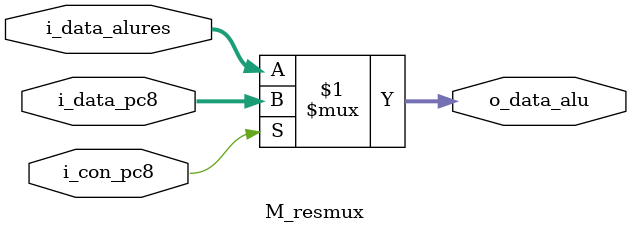
<source format=sv>
`timescale 1ns / 1ps
module M_resmux(
	input logic [31:0] i_data_alures, 
	input logic [31:0] i_data_pc8, 
	input logic i_con_pc8, 
	output logic [31:0] o_data_alu
	);

  assign o_data_alu = i_con_pc8 ? i_data_pc8 : i_data_alures; 

endmodule

               
                                       

</source>
